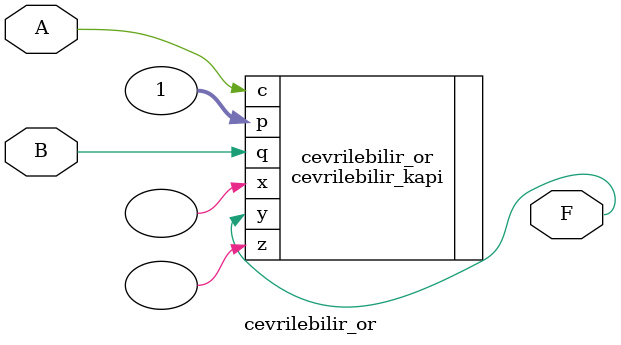
<source format=v>
`timescale 1ns / 1ps


module cevrilebilir_or(
input A,B,
output F
    );
    cevrilebilir_kapi cevrilebilir_or(.c(A),.p(1),.q(B),.z(),.y(F),.x());
endmodule

</source>
